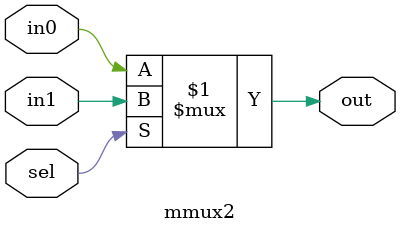
<source format=v>
/*
 * 180 nm Generic Library
 * Download from http://crete.cadence.com
 *
 * Export of the technology contained therein is governed by US Export
 * Regulations. Diversion contrary to U.S. law is prohibited. Permission to make
 * copies, either paper or electronic, of this work for personal or classroom use
 * is granted without fee provided that the copies are not made or distributed for
 * profit or commercial advantage. Users are free to use or modify content as
 * appropriate as long as this notice appears in it. Information is provided 'as
 * is' without warranty of any kind. No statement is made and no attempt has been
 * made to examine the information, either with respect to operability, origin,
 * authorship, or otherwise. Please use this information at your own risk. We
 * recommend using it on a copy of your data to be sure you understand what it
 * does under your conditions. Keep your master intact until you are satisfied
 * with the use of this information within your environment. Please report any
 * problems or enhancement requests to crete@cadence.com.
 * 
 * Copyright 2003, Cadence Design Systems - All Rights Reserved
 * 
 */
`timescale 1ns/10ps
`celldefine
module ADDHX1 (A, B, CO, S);
input  A ;
input  B ;
output CO ;
output S ;

   and (CO, A, B);
   xor (S, A, B);

   specify
     // delay parameters
     specparam
       tpllh$A$S = 0.073:0.079:0.086,
       tplhl$A$S = 0.028:0.041:0.054,
       tpllh$A$CO = 0.054:0.054:0.054,
       tphhl$A$CO = 0.069:0.069:0.069,
       tpllh$B$S = 0.039:0.05:0.061,
       tplhl$B$S = 0.023:0.036:0.049,
       tpllh$B$CO = 0.051:0.051:0.051,
       tphhl$B$CO = 0.058:0.058:0.058;

     // path delays
     (A *> CO) = (tpllh$A$CO, tphhl$A$CO);
     (A *> S) = (tpllh$A$S, tplhl$A$S);
     (B *> CO) = (tpllh$B$CO, tphhl$B$CO);
     (B *> S) = (tpllh$B$S, tplhl$B$S);

   endspecify

endmodule
`endcelldefine

`timescale 1ns/10ps
`celldefine
module ADDFX1 (A, B, CI, CO, S);
input  A ;
input  B ;
input  CI ;
output CO ;
output S ;

   and (I0_out, A, B);
   and (I1_out, B, CI);
   and (I3_out, CI, A);
   or  (CO, I0_out, I1_out, I3_out);
   xor (I5_out, A, B);
   xor (S, I5_out, CI);

   specify
     // delay parameters
     specparam
       tpllh$A$S = 0.073:0.13:0.19,
       tplhl$A$S = 0.1:0.14:0.18,
       tpllh$A$CO = 0.083:0.094:0.11,
       tphhl$A$CO = 0.11:0.11:0.11,
       tpllh$B$S = 0.094:0.15:0.2,
       tplhl$B$S = 0.1:0.14:0.17,
       tpllh$B$CO = 0.098:0.099:0.1,
       tphhl$B$CO = 0.11:0.11:0.11,
       tpllh$CI$S = 0.11:0.14:0.18,
       tplhl$CI$S = 0.12:0.14:0.16,
       tpllh$CI$CO = 0.083:0.09:0.096,
       tphhl$CI$CO = 0.099:0.1:0.1;

     // path delays
     (A *> CO) = (tpllh$A$CO, tphhl$A$CO);
     (A *> S) = (tpllh$A$S, tplhl$A$S);
     (B *> CO) = (tpllh$B$CO, tphhl$B$CO);
     (B *> S) = (tpllh$B$S, tplhl$B$S);
     (CI *> CO) = (tpllh$CI$CO, tphhl$CI$CO);
     (CI *> S) = (tpllh$CI$S, tplhl$CI$S);

   endspecify

endmodule
`endcelldefine

`timescale 1ns/10ps
`celldefine
module AND2X1 (A, B, Y);
input  A ;
input  B ;
output Y ;

   and (Y, A, B);

   specify
     // delay parameters
     specparam
       tpllh$A$Y = 0.055:0.055:0.055,
       tphhl$A$Y = 0.046:0.046:0.046,
       tpllh$B$Y = 0.057:0.057:0.057,
       tphhl$B$Y = 0.051:0.051:0.051;

     // path delays
     (A *> Y) = (tpllh$A$Y, tphhl$A$Y);
     (B *> Y) = (tpllh$B$Y, tphhl$B$Y);

   endspecify

endmodule
`endcelldefine

`timescale 1ns/10ps
`celldefine
module AOI21X1 (A0, A1, B0, Y);
input  A0 ;
input  A1 ;
input  B0 ;
output Y ;

   and (I0_out, A0, A1);
   or  (I1_out, I0_out, B0);
   not (Y, I1_out);

   specify
     // delay parameters
     specparam
       tplhl$A0$Y = 0.051:0.051:0.051,
       tphlh$A0$Y = 0.04:0.04:0.04,
       tplhl$A1$Y = 0.054:0.054:0.054,
       tphlh$A1$Y = 0.047:0.047:0.047,
       tplhl$B0$Y = 0.024:0.025:0.026,
       tphlh$B0$Y = 0.024:0.029:0.034;

     // path delays
     (A0 *> Y) = (tphlh$A0$Y, tplhl$A0$Y);
     (A1 *> Y) = (tphlh$A1$Y, tplhl$A1$Y);
     (B0 *> Y) = (tphlh$B0$Y, tplhl$B0$Y);

   endspecify

endmodule
`endcelldefine

`timescale 1ns/10ps
`celldefine
module AOI22X1 (A0, A1, B0, B1, Y);
input  A0 ;
input  A1 ;
input  B0 ;
input  B1 ;
output Y ;

   and (I0_out, B0, B1);
   and (I1_out, A0, A1);
   or  (I2_out, I0_out, I1_out);
   not (Y, I2_out);

   specify
     // delay parameters
     specparam
       tplhl$A0$Y = 0.041:0.042:0.043,
       tphlh$A0$Y = 0.026:0.031:0.036,
       tplhl$A1$Y = 0.043:0.044:0.046,
       tphlh$A1$Y = 0.03:0.035:0.041,
       tplhl$B0$Y = 0.069:0.076:0.083,
       tphlh$B0$Y = 0.04:0.047:0.053,
       tplhl$B1$Y = 0.072:0.078:0.085,
       tphlh$B1$Y = 0.045:0.052:0.059;

     // path delays
     (A0 *> Y) = (tphlh$A0$Y, tplhl$A0$Y);
     (A1 *> Y) = (tphlh$A1$Y, tplhl$A1$Y);
     (B0 *> Y) = (tphlh$B0$Y, tplhl$B0$Y);
     (B1 *> Y) = (tphlh$B1$Y, tplhl$B1$Y);

   endspecify

endmodule
`endcelldefine

`timescale 1ns/10ps
`celldefine
module BUFX1 (A, Y);
input  A ;
output Y ;

   buf (Y, A);

   specify
     // delay parameters
     specparam
       tpllh$A$Y = 0.044:0.044:0.044,
       tphhl$A$Y = 0.048:0.048:0.048;

     // path delays
     (A *> Y) = (tpllh$A$Y, tphhl$A$Y);

   endspecify

endmodule
`endcelldefine

`timescale 1ns/10ps
`celldefine
module BUFX3 (A, Y);
input  A ;
output Y ;

   buf (Y, A);

   specify
     // delay parameters
     specparam
       tpllh$A$Y = 0.052:0.052:0.052,
       tphhl$A$Y = 0.056:0.056:0.056;

     // path delays
     (A *> Y) = (tpllh$A$Y, tphhl$A$Y);

   endspecify

endmodule
`endcelldefine

`timescale 1ns/10ps
`celldefine
module CLKBUFX1 (A, Y);
input  A ;
output Y ;

   buf (Y, A);

   specify
     // delay parameters
     specparam
       tpllh$A$Y = 0.04:0.04:0.04,
       tphhl$A$Y = 0.043:0.043:0.043;

     // path delays
     (A *> Y) = (tpllh$A$Y, tphhl$A$Y);

   endspecify

endmodule
`endcelldefine

`timescale 1ns/10ps
`celldefine
module CLKBUFX2 (A, Y);
input  A ;
output Y ;

   buf (Y, A);

   specify
     // delay parameters
     specparam
       tpllh$A$Y = 0.039:0.039:0.039,
       tphhl$A$Y = 0.042:0.042:0.042;

     // path delays
     (A *> Y) = (tpllh$A$Y, tphhl$A$Y);

   endspecify

endmodule
`endcelldefine

`timescale 1ns/10ps
`celldefine
module CLKBUFX3 (A, Y);
input  A ;
output Y ;

   buf (Y, A);

   specify
     // delay parameters
     specparam
       tpllh$A$Y = 0.041:0.041:0.041,
       tphhl$A$Y = 0.044:0.044:0.044;

     // path delays
     (A *> Y) = (tpllh$A$Y, tphhl$A$Y);

   endspecify

endmodule
`endcelldefine

`timescale 1ns/10ps
`celldefine
module DFFSRX1 (CK, D, RN, SN, Q, QN);
input  CK ;
input  D ;
input  RN ;
input  SN ;
output Q ;
output QN ;
reg NOTIFIER ;

   not (I0_CLEAR, RN);
   not (I0_SET, SN);
   mdff df1(NET0131_, D_, CK, I0_SET, I0_CLEAR, NOTIFIER);
   mdff df2 (P0001_, D, CK, I0_CLEAR, I0_SET, NOTIFIER);
   not (D_, D);
   not (NET0131, NET0131_);
   not (P0001, P0001_);
   buf (Q, NET0131);
   buf (QN, P0001);
   not (I12_out, D);
   and (D_EQ_0_AN_RN_EQ_1, I12_out, RN);
   and (D_EQ_1_AN_SN_EQ_1, D, SN);
   and (RN_EQ_1_AN_SN_EQ_1, RN, SN);

   specify
     // delay parameters
     specparam
       tpllh$CK$Q = 0.079:0.079:0.079,
       tplhl$CK$Q = 0.085:0.085:0.085,
       tpllh$CK$QN = 0.14:0.14:0.14,
       tplhl$CK$QN = 0.12:0.12:0.12,
       tpllh$RN$Q = 0.12:0.12:0.12,
       tphhl$RN$Q = 0.091:0.093:0.094,
       tphlh$RN$QN = 0.15:0.15:0.15,
       tpllh$SN$QN = 0.071:0.071:0.071,
       tphhl$SN$QN = 0.06:0.06:0.061,
       tphlh$SN$Q = 0.16:0.18:0.2,
       tminpwh$CK = 0.079:0.11:0.14,
       tminpwl$CK = 0.07:0.085:0.1,
       tminpwl$RN = 0.032:0.092:0.15,
       tminpwl$SN = 0.025:0.11:0.2,
       tsetup_negedge$D$CK = 0.062:0.062:0.062,
       thold_negedge$D$CK = 0:0:0,
       tsetup_posedge$D$CK = 0.12:0.12:0.12,
       thold_posedge$D$CK = 0:0:0,
       trec$RN$CK = 0.12:0.12:0.12,
       trem$RN$CK = 0:0:0,
       trec$RN$SN = 0:0.031:0.063,
       trec$SN$CK = 0:0:0,
       trem$SN$CK = 0.063:0.063:0.063,
       trec$SN$RN = 0.063:0.063:0.063;

     // path delays
     if (CK == 1'b1)
       (CK *> Q) = (tpllh$CK$Q, tplhl$CK$Q);
     if (CK == 1'b1)
       (CK *> QN) = (tpllh$CK$QN, tplhl$CK$QN);
     (RN *> Q) = (tpllh$RN$Q, tphhl$RN$Q);
     (RN *> QN) = (tphlh$RN$QN, 0);
     (SN *> Q) = (tphlh$SN$Q, 0);
     (SN *> QN) = (tpllh$SN$QN, tphhl$SN$QN);
     $setup(negedge D, posedge CK &&& RN_EQ_1_AN_SN_EQ_1 == 1'b1, tsetup_negedge$D$CK, NOTIFIER);
     $hold (posedge CK &&& RN_EQ_1_AN_SN_EQ_1 == 1'b1, negedge D, thold_negedge$D$CK,  NOTIFIER);
     $setup(posedge D, posedge CK &&& RN_EQ_1_AN_SN_EQ_1 == 1'b1, tsetup_posedge$D$CK, NOTIFIER);
     $hold (posedge CK &&& RN_EQ_1_AN_SN_EQ_1 == 1'b1, posedge D, thold_posedge$D$CK,  NOTIFIER);
     $recovery(posedge RN, posedge CK &&& D_EQ_1_AN_SN_EQ_1 == 1'b1, trec$RN$CK, NOTIFIER);
     $removal (posedge RN, posedge CK &&& D_EQ_1_AN_SN_EQ_1 == 1'b1, trem$RN$CK, NOTIFIER);
     $recovery(posedge RN, posedge SN, trec$RN$SN, NOTIFIER);
     $recovery(posedge SN, posedge CK &&& D_EQ_0_AN_RN_EQ_1 == 1'b1, trec$SN$CK, NOTIFIER);
     $removal (posedge SN, posedge CK &&& D_EQ_0_AN_RN_EQ_1 == 1'b1, trem$SN$CK, NOTIFIER);
     $recovery(posedge SN, posedge RN, trec$SN$RN, NOTIFIER);
     $width(posedge CK, tminpwh$CK, 0, NOTIFIER);
     $width(negedge CK, tminpwl$CK, 0, NOTIFIER);
     $width(negedge RN, tminpwl$RN, 0, NOTIFIER);
     $width(negedge SN, tminpwl$SN, 0, NOTIFIER);

   endspecify

endmodule
`endcelldefine

`timescale 1ns/10ps
`celldefine
module DFFX1 (CK, D, Q, QN);
input  CK ;
input  D ;
output Q ;
output QN ;
reg NOTIFIER ;

   mdff df11 (P0001, D, CK, 1'B0, 1'B0, NOTIFIER);
   not (P0000, P0001);
   not (Q, P0000);
   buf (QN, P0000);

   specify
     // delay parameters
     specparam
       tpllh$CK$Q = 0.11:0.11:0.11,
       tplhl$CK$Q = 0.13:0.13:0.13,
       tpllh$CK$QN = 0.15:0.15:0.15,
       tplhl$CK$QN = 0.13:0.13:0.13,
       tminpwh$CK = 0.056:0.1:0.15,
       tminpwl$CK = 0.063:0.082:0.1,
       tsetup_negedge$D$CK = 0.12:0.12:0.12,
       thold_negedge$D$CK = 0:0:0,
       tsetup_posedge$D$CK = 0.12:0.12:0.12,
       thold_posedge$D$CK = 0:0:0;

     // path delays
     if (CK == 1'b1)
       (CK *> Q) = (tpllh$CK$Q, tplhl$CK$Q);
     if (CK == 1'b1)
       (CK *> QN) = (tpllh$CK$QN, tplhl$CK$QN);
     $setup(negedge D, posedge CK, tsetup_negedge$D$CK, NOTIFIER);
     $hold (posedge CK, negedge D, thold_negedge$D$CK,  NOTIFIER);
     $setup(posedge D, posedge CK, tsetup_posedge$D$CK, NOTIFIER);
     $hold (posedge CK, posedge D, thold_posedge$D$CK,  NOTIFIER);
     $width(posedge CK, tminpwh$CK, 0, NOTIFIER);
     $width(negedge CK, tminpwl$CK, 0, NOTIFIER);

   endspecify

endmodule
`endcelldefine

`timescale 1ns/10ps
`celldefine
module INVX1 (A, Y);
input  A ;
output Y ;

   not (Y, A);

   specify
     // delay parameters
     specparam
       tplhl$A$Y = 0.021:0.021:0.021,
       tphlh$A$Y = 0.021:0.021:0.021;

     // path delays
     (A *> Y) = (tphlh$A$Y, tplhl$A$Y);

   endspecify

endmodule
`endcelldefine

`timescale 1ns/10ps
`celldefine
module INVX2 (A, Y);
input  A ;
output Y ;

   not (Y, A);

   specify
     // delay parameters
     specparam
       tplhl$A$Y = 0.017:0.017:0.017,
       tphlh$A$Y = 0.017:0.017:0.017;

     // path delays
     (A *> Y) = (tphlh$A$Y, tplhl$A$Y);

   endspecify

endmodule
`endcelldefine

`timescale 1ns/10ps
`celldefine
module INVX4 (A, Y);
input  A ;
output Y ;

   not (Y, A);

   specify
     // delay parameters
     specparam
       tplhl$A$Y = 0.015:0.015:0.015,
       tphlh$A$Y = 0.015:0.015:0.015;

     // path delays
     (A *> Y) = (tphlh$A$Y, tplhl$A$Y);

   endspecify

endmodule
`endcelldefine

`timescale 1ns/10ps
`celldefine
module INVX8 (A, Y);
input  A ;
output Y ;

   not (Y, A);

   specify
     // delay parameters
     specparam
       tplhl$A$Y = 0.015:0.015:0.015,
       tphlh$A$Y = 0.015:0.015:0.015;

     // path delays
     (A *> Y) = (tphlh$A$Y, tplhl$A$Y);

   endspecify

endmodule
`endcelldefine

`timescale 1ns/10ps
`celldefine
module MX2X1 (A, B, S0, Y);
input  A ;
input  B ;
input  S0 ;
output Y ;

   mmux2 mx (Y, A, B, S0);

   specify
     // delay parameters
     specparam
       tpllh$A$Y = 0.072:0.072:0.072,
       tphhl$A$Y = 0.071:0.071:0.071,
       tpllh$B$Y = 0.072:0.072:0.072,
       tphhl$B$Y = 0.072:0.072:0.072,
       tpllh$S0$Y = 0.053:0.06:0.067,
       tplhl$S0$Y = 0.059:0.063:0.067;

     // path delays
     (A *> Y) = (tpllh$A$Y, tphhl$A$Y);
     (B *> Y) = (tpllh$B$Y, tphhl$B$Y);
     (S0 *> Y) = (tpllh$S0$Y, tplhl$S0$Y);

   endspecify

endmodule
`endcelldefine

`timescale 1ns/10ps
`celldefine
module NAND2X1 (A, B, Y);
input  A ;
input  B ;
output Y ;

   and (I0_out, A, B);
   not (Y, I0_out);

   specify
     // delay parameters
     specparam
       tplhl$A$Y = 0.031:0.031:0.031,
       tphlh$A$Y = 0.024:0.024:0.024,
       tplhl$B$Y = 0.034:0.034:0.034,
       tphlh$B$Y = 0.028:0.028:0.028;

     // path delays
     (A *> Y) = (tphlh$A$Y, tplhl$A$Y);
     (B *> Y) = (tphlh$B$Y, tplhl$B$Y);

   endspecify

endmodule
`endcelldefine

`timescale 1ns/10ps
`celldefine
module NAND2X2 (A, B, Y);
input  A ;
input  B ;
output Y ;

   and (I0_out, A, B);
   not (Y, I0_out);

   specify
     // delay parameters
     specparam
       tplhl$A$Y = 0.027:0.027:0.027,
       tphlh$A$Y = 0.02:0.02:0.02,
       tplhl$B$Y = 0.029:0.029:0.029,
       tphlh$B$Y = 0.024:0.024:0.024;

     // path delays
     (A *> Y) = (tphlh$A$Y, tplhl$A$Y);
     (B *> Y) = (tphlh$B$Y, tplhl$B$Y);

   endspecify

endmodule
`endcelldefine

`timescale 1ns/10ps
`celldefine
module NAND3X1 (A, B, C, Y);
input  A ;
input  B ;
input  C ;
output Y ;

   and (I1_out, A, B, C);
   not (Y, I1_out);

   specify
     // delay parameters
     specparam
       tplhl$A$Y = 0.026:0.026:0.026,
       tphlh$A$Y = 0.03:0.03:0.03,
       tplhl$B$Y = 0.031:0.031:0.031,
       tphlh$B$Y = 0.038:0.038:0.038,
       tplhl$C$Y = 0.035:0.035:0.035,
       tphlh$C$Y = 0.045:0.045:0.045;

     // path delays
     (A *> Y) = (tphlh$A$Y, tplhl$A$Y);
     (B *> Y) = (tphlh$B$Y, tplhl$B$Y);
     (C *> Y) = (tphlh$C$Y, tplhl$C$Y);

   endspecify

endmodule
`endcelldefine

`timescale 1ns/10ps
`celldefine
module NAND4X1 (A, B, C, D, Y);
input  A ;
input  B ;
input  C ;
input  D ;
output Y ;

   and (I2_out, A, B, C, D);
   not (Y, I2_out);

   specify
     // delay parameters
     specparam
       tplhl$A$Y = 0.029:0.029:0.029,
       tphlh$A$Y = 0.034:0.034:0.034,
       tplhl$B$Y = 0.037:0.037:0.037,
       tphlh$B$Y = 0.044:0.044:0.044,
       tplhl$C$Y = 0.043:0.043:0.043,
       tphlh$C$Y = 0.053:0.053:0.053,
       tplhl$D$Y = 0.047:0.047:0.047,
       tphlh$D$Y = 0.06:0.06:0.06;

     // path delays
     (A *> Y) = (tphlh$A$Y, tplhl$A$Y);
     (B *> Y) = (tphlh$B$Y, tplhl$B$Y);
     (C *> Y) = (tphlh$C$Y, tplhl$C$Y);
     (D *> Y) = (tphlh$D$Y, tplhl$D$Y);

   endspecify

endmodule
`endcelldefine

`timescale 1ns/10ps
`celldefine
module NOR2X1 (A, B, Y);
input  A ;
input  B ;
output Y ;

   or  (I0_out, A, B);
   not (Y, I0_out);

   specify
     // delay parameters
     specparam
       tplhl$A$Y = 0.036:0.036:0.036,
       tphlh$A$Y = 0.036:0.036:0.036,
       tplhl$B$Y = 0.025:0.025:0.025,
       tphlh$B$Y = 0.028:0.028:0.028;

     // path delays
     (A *> Y) = (tphlh$A$Y, tplhl$A$Y);
     (B *> Y) = (tphlh$B$Y, tplhl$B$Y);

   endspecify

endmodule
`endcelldefine

`timescale 1ns/10ps
`celldefine
module NOR3X1 (A, B, C, Y);
input  A ;
input  B ;
input  C ;
output Y ;

   or  (I1_out, A, B, C);
   not (Y, I1_out);

   specify
     // delay parameters
     specparam
       tplhl$A$Y = 0.077:0.077:0.077,
       tphlh$A$Y = 0.053:0.053:0.053,
       tplhl$B$Y = 0.062:0.062:0.062,
       tphlh$B$Y = 0.043:0.043:0.043,
       tplhl$C$Y = 0.036:0.036:0.036,
       tphlh$C$Y = 0.024:0.024:0.024;

     // path delays
     (A *> Y) = (tphlh$A$Y, tplhl$A$Y);
     (B *> Y) = (tphlh$B$Y, tplhl$B$Y);
     (C *> Y) = (tphlh$C$Y, tplhl$C$Y);

   endspecify

endmodule
`endcelldefine

`timescale 1ns/10ps
`celldefine
module NOR4X1 (A, B, C, D, Y);
input  A ;
input  B ;
input  C ;
input  D ;
output Y ;

   or  (I2_out, A, B, C, D);
   not (Y, I2_out);

   specify
     // delay parameters
     specparam
       tplhl$A$Y = 0.14:0.14:0.14,
       tphlh$A$Y = 0.15:0.15:0.15,
       tplhl$B$Y = 0.13:0.13:0.13,
       tphlh$B$Y = 0.14:0.14:0.14,
       tplhl$C$Y = 0.11:0.11:0.11,
       tphlh$C$Y = 0.11:0.11:0.11,
       tplhl$D$Y = 0.082:0.082:0.082,
       tphlh$D$Y = 0.084:0.084:0.084;

     // path delays
     (A *> Y) = (tphlh$A$Y, tplhl$A$Y);
     (B *> Y) = (tphlh$B$Y, tplhl$B$Y);
     (C *> Y) = (tphlh$C$Y, tplhl$C$Y);
     (D *> Y) = (tphlh$D$Y, tplhl$D$Y);

   endspecify

endmodule
`endcelldefine

`timescale 1ns/10ps
`celldefine
module OAI21X1 (A0, A1, B0, Y);
input  A0 ;
input  A1 ;
input  B0 ;
output Y ;

   or  (I0_out, A0, A1);
   and (I1_out, I0_out, B0);
   not (Y, I1_out);

   specify
     // delay parameters
     specparam
       tplhl$A0$Y = 0.043:0.043:0.043,
       tphlh$A0$Y = 0.036:0.036:0.036,
       tplhl$A1$Y = 0.061:0.061:0.061,
       tphlh$A1$Y = 0.045:0.045:0.045,
       tplhl$B0$Y = 0.032:0.045:0.058,
       tphlh$B0$Y = 0.02:0.021:0.021;

     // path delays
     (A0 *> Y) = (tphlh$A0$Y, tplhl$A0$Y);
     (A1 *> Y) = (tphlh$A1$Y, tplhl$A1$Y);
     (B0 *> Y) = (tphlh$B0$Y, tplhl$B0$Y);

   endspecify

endmodule
`endcelldefine

`timescale 1ns/10ps
`celldefine
module OAI22X1 (A0, A1, B0, B1, Y);
input  A0 ;
input  A1 ;
input  B0 ;
input  B1 ;
output Y ;

   or  (I0_out, B0, B1);
   or  (I1_out, A0, A1);
   and (I2_out, I0_out, I1_out);
   not (Y, I2_out);

   specify
     // delay parameters
     specparam
       tplhl$A0$Y = 0.077:0.088:0.1,
       tphlh$A0$Y = 0.091:0.097:0.1,
       tplhl$A1$Y = 0.088:0.1:0.12,
       tphlh$A1$Y = 0.1:0.1:0.11,
       tplhl$B0$Y = 0.083:0.095:0.11,
       tphlh$B0$Y = 0.11:0.11:0.12,
       tplhl$B1$Y = 0.094:0.11:0.12,
       tphlh$B1$Y = 0.12:0.12:0.13;

     // path delays
     (A0 *> Y) = (tphlh$A0$Y, tplhl$A0$Y);
     (A1 *> Y) = (tphlh$A1$Y, tplhl$A1$Y);
     (B0 *> Y) = (tphlh$B0$Y, tplhl$B0$Y);
     (B1 *> Y) = (tphlh$B1$Y, tplhl$B1$Y);

   endspecify

endmodule
`endcelldefine

`timescale 1ns/10ps
`celldefine
module OAI33X1 (A0, A1, A2, B0, B1, B2, Y);
input  A0 ;
input  A1 ;
input  A2 ;
input  B0 ;
input  B1 ;
input  B2 ;
output Y ;

   or  (I1_out, B0, B1, B2);
   or  (I3_out, A0, A1, A2);
   and (I4_out, I1_out, I3_out);
   not (Y, I4_out);

   specify
     // delay parameters
     specparam
       tplhl$A0$Y = 0.082:0.11:0.13,
       tphlh$A0$Y = 0.1:0.11:0.12,
       tplhl$A1$Y = 0.099:0.13:0.16,
       tphlh$A1$Y = 0.12:0.13:0.14,
       tplhl$A2$Y = 0.11:0.14:0.18,
       tphlh$A2$Y = 0.13:0.14:0.15,
       tplhl$B0$Y = 0.093:0.12:0.14,
       tphlh$B0$Y = 0.12:0.13:0.14,
       tplhl$B1$Y = 0.11:0.14:0.17,
       tphlh$B1$Y = 0.14:0.15:0.16,
       tplhl$B2$Y = 0.12:0.15:0.19,
       tphlh$B2$Y = 0.15:0.16:0.17;

     // path delays
     (A0 *> Y) = (tphlh$A0$Y, tplhl$A0$Y);
     (A1 *> Y) = (tphlh$A1$Y, tplhl$A1$Y);
     (A2 *> Y) = (tphlh$A2$Y, tplhl$A2$Y);
     (B0 *> Y) = (tphlh$B0$Y, tplhl$B0$Y);
     (B1 *> Y) = (tphlh$B1$Y, tplhl$B1$Y);
     (B2 *> Y) = (tphlh$B2$Y, tplhl$B2$Y);

   endspecify

endmodule
`endcelldefine

`timescale 1ns/10ps
`celldefine
module OR2X1 (A, B, Y);
input  A ;
input  B ;
output Y ;

   or  (Y, A, B);

   specify
     // delay parameters
     specparam
       tpllh$A$Y = 0.051:0.051:0.051,
       tphhl$A$Y = 0.068:0.068:0.068,
       tpllh$B$Y = 0.042:0.042:0.042,
       tphhl$B$Y = 0.06:0.06:0.06;

     // path delays
     (A *> Y) = (tpllh$A$Y, tphhl$A$Y);
     (B *> Y) = (tpllh$B$Y, tphhl$B$Y);

   endspecify

endmodule
`endcelldefine

`timescale 1ns/10ps
`celldefine
module OR4X1 (A, B, C, D, Y);
input  A ;
input  B ;
input  C ;
input  D ;
output Y ;

   or  (Y, A, B, C, D);

   specify
     // delay parameters
     specparam
       tpllh$A$Y = 0.1:0.1:0.1,
       tphhl$A$Y = 0.12:0.12:0.12,
       tpllh$B$Y = 0.096:0.096:0.096,
       tphhl$B$Y = 0.11:0.11:0.11,
       tpllh$C$Y = 0.081:0.081:0.081,
       tphhl$C$Y = 0.09:0.09:0.09,
       tpllh$D$Y = 0.057:0.057:0.057,
       tphhl$D$Y = 0.06:0.06:0.06;

     // path delays
     (A *> Y) = (tpllh$A$Y, tphhl$A$Y);
     (B *> Y) = (tpllh$B$Y, tphhl$B$Y);
     (C *> Y) = (tpllh$C$Y, tphhl$C$Y);
     (D *> Y) = (tpllh$D$Y, tphhl$D$Y);

   endspecify

endmodule
`endcelldefine

`timescale 1ns/10ps
`celldefine
module SDFFSRX1 (CK, D, RN, SE, SI, SN, Q, QN);
input  CK ;
input  D ;
input  RN ;
input  SE ;
input  SI ;
input  SN ;
output Q ;
output QN ;
reg NOTIFIER ;

   mmux2 mx2 (I0_D, D, SI, SE);
   not (I0_CLEAR, RN);
   not (I0_SET, SN);
   mdff df3 (P0002, I0_D, CK, I0_CLEAR, I0_SET, NOTIFIER);
   not (P0000, P0002);
   not (Q, P0000);
   buf (QN, P0000);
   and (RN_EQ_1_AN_SE_EQ_1_AN_SN_EQ_1, RN, SE, SN);
   and (RN_EQ_1_AN_SN_EQ_1, RN, SN);
   not (I12_out, SE);
   and (RN_EQ_1_AN_SE_EQ_0_AN_SN_EQ_1, RN, I12_out, SN);

   specify
     // delay parameters
     specparam
       tpllh$CK$Q = 0.29:0.29:0.29,
       tplhl$CK$Q = 0.21:0.21:0.21,
       tpllh$CK$QN = 0.18:0.18:0.18,
       tplhl$CK$QN = 0.26:0.26:0.26,
       tphhl$RN$Q = 0.14:0.14:0.14,
       tphlh$RN$QN = 0.11:0.11:0.11,
       tplhl$SN$Q = 0.12:0.12:0.12,
       tphlh$SN$Q = 0.12:0.12:0.12,
       tpllh$SN$QN = 0.092:0.092:0.092,
       tphhl$SN$QN = 0.092:0.094:0.097,
       tminpwh$CK = 0.082:0.19:0.29,
       tminpwl$CK = 0.073:0.15:0.22,
       tminpwl$RN = 0.062:0.11:0.17,
       tminpwl$SN = 0.054:0.089:0.12,
       tsetup_negedge$D$CK = 0.19:0.19:0.19,
       thold_negedge$D$CK = -0.12:-0.12:-0.12,
       tsetup_negedge$SE$CK = 0.12:0.16:0.19,
       thold_negedge$SE$CK = -0.12:-0.094:-0.062,
       tsetup_negedge$SI$CK = 0.25:0.25:0.25,
       thold_negedge$SI$CK = -0.12:-0.12:-0.12,
       tsetup_posedge$D$CK = 0.062:0.062:0.062,
       thold_posedge$D$CK = 0:0:0,
       tsetup_posedge$SE$CK = 0.12:0.19:0.25,
       thold_posedge$SE$CK = -0.12:-0.062:0,
       tsetup_posedge$SI$CK = 0.12:0.12:0.12,
       thold_posedge$SI$CK = 0:0:0,
       trec$RN$CK = 0.062:0.062:0.062,
       trem$RN$CK = 0:0:0,
       trec$RN$SN = 0.063:0.094:0.12,
       trec$SN$CK = 0.062:0.062:0.062,
       trem$SN$CK = 0.063:0.063:0.063;

     // path delays
     if (CK == 1'b1)
       (CK *> Q) = (tpllh$CK$Q, tplhl$CK$Q);
     if (CK == 1'b1)
       (CK *> QN) = (tpllh$CK$QN, tplhl$CK$QN);
     (RN *> Q) = (0, tphhl$RN$Q);
     (RN *> QN) = (tphlh$RN$QN, 0);
     (SN *> Q) = (tphlh$SN$Q, tplhl$SN$Q);
     (SN *> QN) = (tpllh$SN$QN, tphhl$SN$QN);
     $setup(negedge D, posedge CK &&& RN_EQ_1_AN_SE_EQ_0_AN_SN_EQ_1 == 1'b1, tsetup_negedge$D$CK, NOTIFIER);
     $hold (posedge CK &&& RN_EQ_1_AN_SE_EQ_0_AN_SN_EQ_1 == 1'b1, negedge D, thold_negedge$D$CK,  NOTIFIER);
     $setup(negedge SE, posedge CK &&& RN_EQ_1_AN_SN_EQ_1 == 1'b1, tsetup_negedge$SE$CK, NOTIFIER);
     $hold (posedge CK &&& RN_EQ_1_AN_SN_EQ_1 == 1'b1, negedge SE, thold_negedge$SE$CK,  NOTIFIER);
     $setup(negedge SI, posedge CK &&& RN_EQ_1_AN_SE_EQ_1_AN_SN_EQ_1 == 1'b1, tsetup_negedge$SI$CK, NOTIFIER);
     $hold (posedge CK &&& RN_EQ_1_AN_SE_EQ_1_AN_SN_EQ_1 == 1'b1, negedge SI, thold_negedge$SI$CK,  NOTIFIER);
     $setup(posedge D, posedge CK &&& RN_EQ_1_AN_SE_EQ_0_AN_SN_EQ_1 == 1'b1, tsetup_posedge$D$CK, NOTIFIER);
     $hold (posedge CK &&& RN_EQ_1_AN_SE_EQ_0_AN_SN_EQ_1 == 1'b1, posedge D, thold_posedge$D$CK,  NOTIFIER);
     $setup(posedge SE, posedge CK &&& RN_EQ_1_AN_SN_EQ_1 == 1'b1, tsetup_posedge$SE$CK, NOTIFIER);
     $hold (posedge CK &&& RN_EQ_1_AN_SN_EQ_1 == 1'b1, posedge SE, thold_posedge$SE$CK,  NOTIFIER);
     $setup(posedge SI, posedge CK &&& RN_EQ_1_AN_SE_EQ_1_AN_SN_EQ_1 == 1'b1, tsetup_posedge$SI$CK, NOTIFIER);
     $hold (posedge CK &&& RN_EQ_1_AN_SE_EQ_1_AN_SN_EQ_1 == 1'b1, posedge SI, thold_posedge$SI$CK,  NOTIFIER);
     $recovery(posedge RN, posedge CK &&& SN == 1'b1, trec$RN$CK, NOTIFIER);
     $removal (posedge RN, posedge CK &&& SN == 1'b1, trem$RN$CK, NOTIFIER);
     $recovery(posedge RN, posedge SN, trec$RN$SN, NOTIFIER);
     $recovery(posedge SN, posedge CK &&& RN == 1'b1, trec$SN$CK, NOTIFIER);
     $removal (posedge SN, posedge CK &&& RN == 1'b1, trem$SN$CK, NOTIFIER);
     $width(posedge CK, tminpwh$CK, 0, NOTIFIER);
     $width(negedge CK, tminpwl$CK, 0, NOTIFIER);
     $width(negedge RN, tminpwl$RN, 0, NOTIFIER);
     $width(negedge SN, tminpwl$SN, 0, NOTIFIER);

   endspecify

endmodule
`endcelldefine

`timescale 1ns/10ps
`celldefine
module TBUFX1 (A, OE, Y);
input  A ;
input  OE ;
output Y ;

   bufif1 (Y, A, OE);

   specify
     // delay parameters
     specparam
       tpllh$A$Y = 0.059:0.059:0.059,
       tphhl$A$Y = 0.056:0.056:0.056,
       tpzh$OE$Y = 0.062:0.062:0.062,
       tpzl$OE$Y = 0.024:0.024:0.024,
       tplz$OE$Y = 0.041:0.041:0.041,
       tphz$OE$Y = 0.053:0.053:0.053;

     // path delays
     (A *> Y) = (tpllh$A$Y, tphhl$A$Y);
     (OE *> Y) = (0, 0, tplz$OE$Y, tpzh$OE$Y, tphz$OE$Y, tpzl$OE$Y);

   endspecify

endmodule
`endcelldefine

`timescale 1ns/10ps
`celldefine
module TBUFX2 (A, OE, Y);
input  A ;
input  OE ;
output Y ;

   bufif1 (Y, A, OE);

   specify
     // delay parameters
     specparam
       tpllh$A$Y = 0.072:0.072:0.072,
       tphhl$A$Y = 0.064:0.064:0.064,
       tpzh$OE$Y = 0.075:0.075:0.075,
       tpzl$OE$Y = 0.019:0.019:0.019,
       tplz$OE$Y = 0.041:0.041:0.041,
       tphz$OE$Y = 0.072:0.072:0.072;

     // path delays
     (A *> Y) = (tpllh$A$Y, tphhl$A$Y);
     (OE *> Y) = (0, 0, tplz$OE$Y, tpzh$OE$Y, tphz$OE$Y, tpzl$OE$Y);

   endspecify

endmodule
`endcelldefine

`timescale 1ns/10ps
`celldefine
module TBUFX4 (A, OE, Y);
input  A ;
input  OE ;
output Y ;

   bufif1 (Y, A, OE);

   specify
     // delay parameters
     specparam
       tpllh$A$Y = 0.072:0.072:0.072,
       tphhl$A$Y = 0.064:0.064:0.064,
       tpzh$OE$Y = 0.074:0.074:0.074,
       tpzl$OE$Y = 0.02:0.02:0.02,
       tplz$OE$Y = 0.041:0.041:0.041,
       tphz$OE$Y = 0.071:0.071:0.071;

     // path delays
     (A *> Y) = (tpllh$A$Y, tphhl$A$Y);
     (OE *> Y) = (0, 0, tplz$OE$Y, tpzh$OE$Y, tphz$OE$Y, tpzl$OE$Y);

   endspecify

endmodule
`endcelldefine

`timescale 1ns/10ps
`celldefine
module TBUFX8 (A, OE, Y);
input  A ;
input  OE ;
output Y ;

   bufif1 (Y, A, OE);

   specify
     // delay parameters
     specparam
       tpllh$A$Y = 0.071:0.071:0.071,
       tphhl$A$Y = 0.062:0.062:0.062,
       tpzh$OE$Y = 0.088:0.088:0.088,
       tpzl$OE$Y = 0.029:0.029:0.029,
       tplz$OE$Y = 0.045:0.045:0.045,
       tphz$OE$Y = 0.062:0.062:0.062;

     // path delays
     (A *> Y) = (tpllh$A$Y, tphhl$A$Y);
     (OE *> Y) = (0, 0, tplz$OE$Y, tpzh$OE$Y, tphz$OE$Y, tpzl$OE$Y);

   endspecify

endmodule
`endcelldefine

`timescale 1ns/10ps
`celldefine
module TINVX1 (A, OE, Y);
input  A ;
input  OE ;
output Y ;

   not (I0_out, A);
   bufif1 (Y, I0_out, OE);

   specify
     // delay parameters
     specparam
       tplhl$A$Y = 0.034:0.034:0.034,
       tphlh$A$Y = 0.044:0.044:0.044,
       tpzh$OE$Y = 0.049:0.049:0.049,
       tpzl$OE$Y = 0.015:0.015:0.015,
       tplz$OE$Y = 0.041:0.041:0.041,
       tphz$OE$Y = 0.066:0.066:0.066;

     // path delays
     (A *> Y) = (tphlh$A$Y, tplhl$A$Y);
     (OE *> Y) = (0, 0, tplz$OE$Y, tpzh$OE$Y, tphz$OE$Y, tpzl$OE$Y);

   endspecify

endmodule
`endcelldefine

//`timescale 1ns/10ps
//`celldefine
//module TLATSRX1 (D, G, RN, SN, Q, QN);
//input  D ;
//input  G ;
//input  RN ;
//input  SN ;
//output Q ;
//output QN ;
//reg NOTIFIER ;

//   not (I0_CLEAR, RN);
//   not (I0_SET, SN);
//   udp_tlat (P0001, D, G, I0_CLEAR, I0_SET, NOTIFIER);
//   not (P0000, P0001);
//   not (Q, P0000);
//   buf (QN, P0000);
//   not (I8_out, D);
//   and (D_EQ_0_AN_RN_EQ_1, I8_out, RN);
//   and (D_EQ_1_AN_SN_EQ_1, D, SN);
//   and (RN_EQ_1_AN_SN_EQ_1, RN, SN);

//   specify
//     // delay parameters
//     specparam
//       tpllh$D$Q = 0.13:0.13:0.13,
//       tphhl$D$Q = 0.16:0.16:0.16,
//       tplhl$D$QN = 0.2:0.2:0.2,
//       tphlh$D$QN = 0.21:0.21:0.21,
//       tpllh$G$Q = 0.18:0.18:0.18,
//       tplhl$G$Q = 0.14:0.14:0.14,
//       tpllh$G$QN = 0.19:0.19:0.19,
//       tplhl$G$QN = 0.24:0.24:0.24,
//       tpllh$RN$Q = 0.13:0.13:0.13,
//       tphhl$RN$Q = 0.12:0.12:0.12,
//       tplhl$RN$QN = 0.2:0.2:0.2,
//       tphlh$RN$QN = 0.17:0.17:0.17,
//       tplhl$SN$Q = 0.15:0.15:0.15,
//       tphlh$SN$Q = 0.19:0.19:0.19,
//       tpllh$SN$QN = 0.2:0.2:0.2,
//       tphhl$SN$QN = 0.24:0.24:0.24,
//       tminpwh$G = 0.11:0.17:0.24,
//       tminpwl$RN = 0.085:0.13:0.17,
//       tminpwl$SN = 0.15:0.2:0.24,
//       tsetup_negedge$D$G = 0.19:0.19:0.19,
//       thold_negedge$D$G = -0.062:-0.062:-0.062,
//       tsetup_posedge$D$G = 0.12:0.12:0.12,
//       thold_posedge$D$G = 0:0:0,
//       trec$RN$G = 0.12:0.12:0.12,
//       trem$RN$G = 0:0:0,
//       trec$RN$SN = 0.19:0.19:0.19,
//       trec$SN$G = 0.19:0.19:0.19,
//       trem$SN$G = -0.12:-0.12:-0.12;

//     // path delays
//     (D *> Q) = (tpllh$D$Q, tphhl$D$Q);
//     (D *> QN) = (tphlh$D$QN, tplhl$D$QN);
//     if (G == 1'b1)
//       (G *> Q) = (tpllh$G$Q, tplhl$G$Q);
//     if (G == 1'b1)
//       (G *> QN) = (tpllh$G$QN, tplhl$G$QN);
//     (RN *> Q) = (tpllh$RN$Q, tphhl$RN$Q);
//     (RN *> QN) = (tphlh$RN$QN, tplhl$RN$QN);
//     (SN *> Q) = (tphlh$SN$Q, tplhl$SN$Q);
//     (SN *> QN) = (tpllh$SN$QN, tphhl$SN$QN);
//     $setup(negedge D, negedge G &&& RN_EQ_1_AN_SN_EQ_1 == 1'b1, tsetup_negedge$D$G, NOTIFIER);
//     $hold (negedge G &&& RN_EQ_1_AN_SN_EQ_1 == 1'b1, negedge D, thold_negedge$D$G,  NOTIFIER);
//     $setup(posedge D, negedge G &&& RN_EQ_1_AN_SN_EQ_1 == 1'b1, tsetup_posedge$D$G, NOTIFIER);
//     $hold (negedge G &&& RN_EQ_1_AN_SN_EQ_1 == 1'b1, posedge D, thold_posedge$D$G,  NOTIFIER);
//     $recovery(posedge RN, negedge G &&& D_EQ_1_AN_SN_EQ_1 == 1'b1, trec$RN$G, NOTIFIER);
//     $removal (posedge RN, negedge G &&& D_EQ_1_AN_SN_EQ_1 == 1'b1, trem$RN$G, NOTIFIER);
//     $recovery(posedge RN, posedge SN, trec$RN$SN, NOTIFIER);
//     $recovery(posedge SN, negedge G &&& D_EQ_0_AN_RN_EQ_1 == 1'b1, trec$SN$G, NOTIFIER);
//     $removal (posedge SN, negedge G &&& D_EQ_0_AN_RN_EQ_1 == 1'b1, trem$SN$G, NOTIFIER);
//     $width(posedge G, tminpwh$G, 0, NOTIFIER);
//     $width(negedge RN, tminpwl$RN, 0, NOTIFIER);
//     $width(negedge SN, tminpwl$SN, 0, NOTIFIER);

//   endspecify

//endmodule
//`endcelldefine

//`timescale 1ns/10ps
//`celldefine
//module TLATX1 (C, D, Q, QN);
//input  C ;
//input  D ;
//output Q ;
//output QN ;
//reg NOTIFIER ;

//   udp_tlat (P0000, D, C, 1'B0, 1'B0, NOTIFIER);
//   not (NET166, P0000);
//   buf (Q, P0000);
//   not (QN, P0000);

//   specify
//     // delay parameters
//     specparam
//       tpllh$C$Q = 0.13:0.13:0.13,
//       tplhl$C$Q = 0.12:0.12:0.12,
//       tpllh$C$QN = 0.16:0.16:0.16,
//       tplhl$C$QN = 0.16:0.16:0.16,
//       tpllh$D$Q = 0.087:0.087:0.087,
//       tphhl$D$Q = 0.11:0.11:0.11,
//       tplhl$D$QN = 0.12:0.12:0.12,
//       tphlh$D$QN = 0.15:0.15:0.15,
//       tminpwh$C = 0.088:0.12:0.16,
//       tsetup_negedge$D$C = 0.12:0.12:0.12,
//       thold_negedge$D$C = -0.062:-0.062:-0.062,
//       tsetup_posedge$D$C = 0.062:0.062:0.062,
//       thold_posedge$D$C = 0:0:0;

//     // path delays
//     if (C == 1'b1)
//       (C *> Q) = (tpllh$C$Q, tplhl$C$Q);
//     if (C == 1'b1)
//       (C *> QN) = (tpllh$C$QN, tplhl$C$QN);
//     (D *> Q) = (tpllh$D$Q, tphhl$D$Q);
//     (D *> QN) = (tphlh$D$QN, tplhl$D$QN);
//     $setup(negedge D, negedge C, tsetup_negedge$D$C, NOTIFIER);
//     $hold (negedge C, negedge D, thold_negedge$D$C,  NOTIFIER);
//     $setup(posedge D, negedge C, tsetup_posedge$D$C, NOTIFIER);
//     $hold (negedge C, posedge D, thold_posedge$D$C,  NOTIFIER);
//     $width(posedge C, tminpwh$C, 0, NOTIFIER);

//   endspecify

//endmodule
//`endcelldefine

`timescale 1ns/10ps
`celldefine
module XOR2X1 (A, B, Y);
input  A ;
input  B ;
output Y ;

   xor (Y, A, B);

   specify
     // delay parameters
     specparam
       tpllh$A$Y = 0.031:0.06:0.089,
       tplhl$A$Y = 0.042:0.072:0.1,
       tpllh$B$Y = 0.036:0.053:0.07,
       tplhl$B$Y = 0.044:0.067:0.091;

     // path delays
     (A *> Y) = (tpllh$A$Y, tplhl$A$Y);
     (B *> Y) = (tpllh$B$Y, tplhl$B$Y);

   endspecify

endmodule
`endcelldefine

//primitive udp_dff (out, in, clk, clr, set, NOTIFIER);
//   output out;
//   input  in, clk, clr, set, NOTIFIER;
//   reg    out;

//   table

//// in  clk  clr   set  NOT  : Qt : Qt+1
////
//   0  r   ?   0   ?   : ?  :  0  ; // clock in 0
//   1  r   0   ?   ?   : ?  :  1  ; // clock in 1
//   1  *   0   ?   ?   : 1  :  1  ; // reduce pessimism
//   0  *   ?   0   ?   : 0  :  0  ; // reduce pessimism
//   ?  f   ?   ?   ?   : ?  :  -  ; // no changes on negedge clk
//   *  b   ?   ?   ?   : ?  :  -  ; // no changes when in switches
//   ?  ?   ?   1   ?   : ?  :  1  ; // set output
//   ?  b   0   *   ?   : 1  :  1  ; // cover all transistions on set
//   1  x   0   *   ?   : 1  :  1  ; // cover all transistions on set
//   ?  ?   1   0   ?   : ?  :  0  ; // reset output
//   ?  b   *   0   ?   : 0  :  0  ; // cover all transistions on clr
//   0  x   *   0   ?   : 0  :  0  ; // cover all transistions on clr
//   ?  ?   ?   ?   *   : ?  :  x  ; // any notifier changed

//   endtable
//endprimitive // udp_dff

`timescale 1ns/10ps
`celldefine
module mdff (out, in, clk, clr, set, NOTIFIER);
   output out;
   input  in, clk, clr, set, NOTIFIER;
   reg    out;

   always @(posedge clk or posedge set or posedge clr)
       if (clr) out <= 0;
       else if (set) out <= 1;
       else
          out <= in;
endmodule // udp_dff
`endcelldefine

`timescale 1ns/10ps
`celldefine
module mmux2 (out, in0, in1, sel);
   output out;
   input  in0, in1, sel;

   assign out = (sel) ? in1 : in0;

endmodule // udp_mux2
`endcelldefine




//primitive udp_tlat (out, in, enable, clr, set, NOTIFIER);

//   output out;
//   input  in, enable, clr, set, NOTIFIER;
//   reg    out;

//   table

//// in  enable  clr   set  NOT  : Qt : Qt+1
////
//   1  1   0   ?   ?   : ?  :  1  ; //
//   0  1   ?   0   ?   : ?  :  0  ; //
//   1  *   0   ?   ?   : 1  :  1  ; // reduce pessimism
//   0  *   ?   0   ?   : 0  :  0  ; // reduce pessimism
//   *  0   ?   ?   ?   : ?  :  -  ; // no changes when in switches
//   ?  ?   ?   1   ?   : ?  :  1  ; // set output
//   ?  0   0   *   ?   : 1  :  1  ; // cover all transistions on set
//   1  ?   0   *   ?   : 1  :  1  ; // cover all transistions on set
//   ?  ?   1   0   ?   : ?  :  0  ; // reset output
//   ?  0   *   0   ?   : 0  :  0  ; // cover all transistions on clr
//   0  ?   *   0   ?   : 0  :  0  ; // cover all transistions on clr
//   ?  ?   ?   ?   *   : ?  :  x  ; // any notifier changed

//   endtable
//endprimitive // udp_tlat

//primitive udp_rslat (out, clr, set, NOTIFIER);

//   output out;
//   input  clr, set, NOTIFIER;
//   reg    out;

//   table

//// clr   set  NOT  : Qt : Qt+1
////
//   ?   1   ?   : ?  :  1  ; // set output
//   0   *   ?   : 1  :  1  ; // cover all transistions on set
//   1   0   ?   : ?  :  0  ; // reset output
//   *   0   ?   : 0  :  0  ; // cover all transistions on clr
//   ?   ?   *   : ?  :  x  ; // any notifier changed

//   endtable
//endprimitive // udp_tlat

//primitive udp_mux2 (out, in0, in1, sel);
//   output out;
//   input  in0, in1, sel;

//   table

//// in0 in1 sel :  out
////
//    1  ?  0 :  1 ;
//    0  ?  0 :  0 ;
//    ?  1  1 :  1 ;
//    ?  0  1 :  0 ;
//    0  0  x :  0 ;
//    1  1  x :  1 ;

//   endtable
//endprimitive // udp_mux2


</source>
